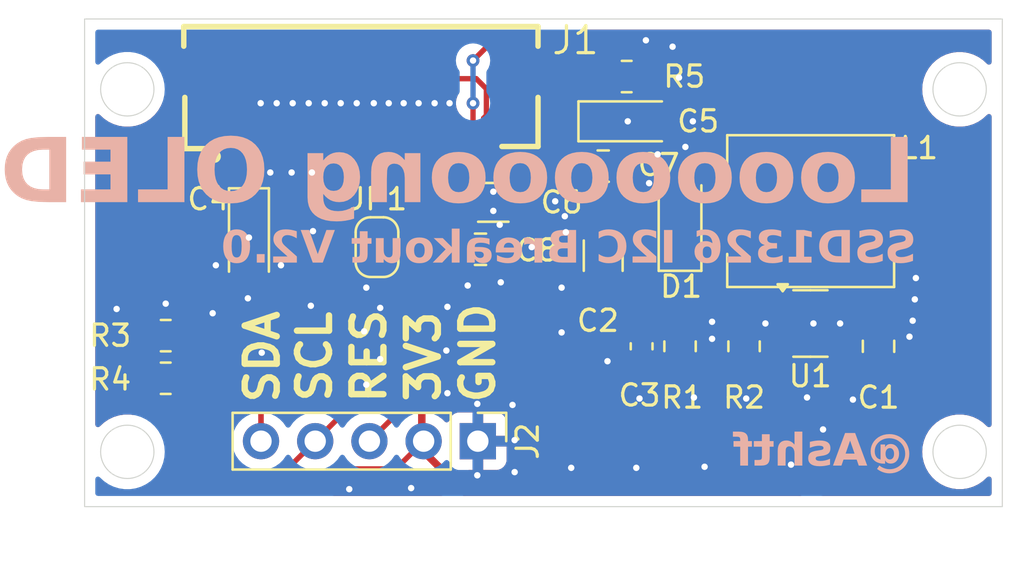
<source format=kicad_pcb>
(kicad_pcb (version 20240108) (generator "pcbnew") (generator_version "8.0")
  (layers (0 "F.Cu" signal) (31 "B.Cu" signal) (34 "B.Paste" user) (35 "F.Paste" user) (36 "B.SilkS" user "B.Silkscreen") (37 "F.SilkS" user "F.Silkscreen") (38 "B.Mask" user) (39 "F.Mask" user) (44 "Edge.Cuts" user))
  (net 0 "")
  (net 1 "+3.3V")
  (net 2 "GND")
  (net 3 "+12V")
  (net 4 "Net-(U1-FB)")
  (net 5 "Net-(J1-Pin_3)")
  (net 6 "Net-(D1-A)")
  (net 7 "RES")
  (net 8 "SDA")
  (net 9 "SCL")
  (net 10 "Net-(J1-Pin_24)")
  (net 13 "Net-(J1-Pin_15)")
  (footprint "Resistor_SMD:R_0805_2012Metric" (layer "F.Cu") (at 105.8 104.55)
    (property "Reference" "R3" (at -2.6 0 0) (layer "F.SilkS"))
    (property "Value" "10k")
    (fp_line (start -0.227064 -0.735) (end 0.227064 -0.735) (stroke (width 0.12)) (layer "F.SilkS"))
    (fp_line (start -0.227064 0.735) (end 0.227064 0.735) (stroke (width 0.12)) (layer "F.SilkS"))
    (pad "1" smd roundrect (at -0.9125 0) (size 1.025 1.4) (layers "F.Cu" "F.Paste" "F.Mask") (roundrect_rratio 0.243902) (net 1 "+3.3V"))
    (pad "2" smd roundrect (at 0.9125 0) (size 1.025 1.4) (layers "F.Cu" "F.Paste" "F.Mask") (roundrect_rratio 0.243902) (net 8 "SDA"))
  )
  (footprint "Resistor_SMD:R_0805_2012Metric" (layer "F.Cu") (at 127.4 92.4)
    (property "Reference" "R5" (at 2.7 0 360) (layer "F.SilkS"))
    (property "Value" "680k")
    (fp_line (start -0.227064 -0.735) (end 0.227064 -0.735) (stroke (width 0.12)) (layer "F.SilkS"))
    (fp_line (start -0.227064 0.735) (end 0.227064 0.735) (stroke (width 0.12)) (layer "F.SilkS"))
    (pad "1" smd roundrect (at -0.9125 0) (size 1.025 1.4) (layers "F.Cu" "F.Paste" "F.Mask") (roundrect_rratio 0.243902) (net 10 "Net-(J1-Pin_24)"))
    (pad "2" smd roundrect (at 0.9125 0) (size 1.025 1.4) (layers "F.Cu" "F.Paste" "F.Mask") (roundrect_rratio 0.243902) (net 2 "GND"))
  )
  (footprint "JLC:FPC-SMD_AFC24-S26FIA [DUAL-SIDE]" (layer "F.Cu") (at 114.946 92.7773)
    (property "Reference" "J1" (at 10.054 -2.0773 180) (layer "F.SilkS") (effects (font (size 1.27 1.27))))
    (property "Value" "Conn_01x26_Pin")
    (fp_line (start -8.3 -1.8) (end -8.3 -2.724) (stroke (width 0.254)) (layer "F.SilkS"))
    (fp_line (start -8.25 0.6) (end -8.25 3.0021) (stroke (width 0.254)) (layer "F.SilkS"))
    (fp_line (start -8.25 3.0021) (end -6.75 3.0021) (stroke (width 0.254)) (layer "F.SilkS"))
    (fp_line (start 8.3001 -2.724) (end -8.3 -2.724) (stroke (width 0.254)) (layer "F.SilkS"))
    (fp_line (start 8.3001 -1.8) (end 8.3001 -2.724) (stroke (width 0.254)) (layer "F.SilkS"))
    (fp_line (start 8.3001 0.6) (end 8.3001 2.9021) (stroke (width 0.254)) (layer "F.SilkS"))
    (fp_line (start 8.3001 2.9021) (end 6.6062 2.9021) (stroke (width 0.254)) (layer "F.SilkS"))
    (fp_circle (center -6.8599 3.37) (end -6.7098 3.37) (stroke (width 0.3)) (fill none) (layer "F.SilkS"))
    (pad "" smd rect (at -7.85 -0.5759) (size 2.2 2) (layers "F.Cu" "F.Paste" "F.Mask"))
    (pad "" smd rect (at 7.85 -0.5759) (size 2.2 2) (layers "F.Cu" "F.Paste" "F.Mask"))
    (pad "1" smd rect (at -6.2501 2.5742) (size 0.3 1.2) (layers "F.Cu" "F.Paste" "F.Mask"))
    (pad "2" smd rect (at -5.7479 2.5742) (size 0.3 1.2) (layers "F.Cu" "F.Paste" "F.Mask") (net 3 "+12V"))
    (pad "3" smd rect (at -5.248 2.5742) (size 0.3 1.2) (layers "F.Cu" "F.Paste" "F.Mask") (net 5 "Net-(J1-Pin_3)"))
    (pad "4" smd rect (at -4.7479 2.5742) (size 0.3 1.2) (layers "F.Cu" "F.Paste" "F.Mask") (net 2 "GND"))
    (pad "5" smd rect (at -4.248 2.5742) (size 0.3 1.2) (layers "F.Cu" "F.Paste" "F.Mask") (net 2 "GND"))
    (pad "6" smd rect (at -3.7479 2.5742) (size 0.3 1.2) (layers "F.Cu" "F.Paste" "F.Mask") (net 2 "GND"))
    (pad "7" smd rect (at -3.248 2.5742) (size 0.3 1.2) (layers "F.Cu" "F.Paste" "F.Mask") (net 2 "GND"))
    (pad "8" smd rect (at -2.7479 2.5742) (size 0.3 1.2) (layers "F.Cu" "F.Paste" "F.Mask") (net 2 "GND"))
    (pad "9" smd rect (at -2.248 2.5742) (size 0.3 1.2) (layers "F.Cu" "F.Paste" "F.Mask") (net 2 "GND"))
    (pad "10" smd rect (at -1.7479 2.5742) (size 0.3 1.2) (layers "F.Cu" "F.Paste" "F.Mask") (net 8 "SDA"))
    (pad "11" smd rect (at -1.248 2.5742) (size 0.3 1.2) (layers "F.Cu" "F.Paste" "F.Mask") (net 8 "SDA"))
    (pad "12" smd rect (at -0.7479 2.5742) (size 0.3 1.2) (layers "F.Cu" "F.Paste" "F.Mask") (net 9 "SCL"))
    (pad "13" smd rect (at -0.248 2.5742) (size 0.3 1.2) (layers "F.Cu" "F.Paste" "F.Mask") (net 2 "GND"))
    (pad "14" smd rect (at 0.2521 2.5742) (size 0.3 1.2) (layers "F.Cu" "F.Paste" "F.Mask") (net 2 "GND"))
    (pad "15" smd rect (at 0.752 2.5742) (size 0.3 1.2) (layers "F.Cu" "F.Paste" "F.Mask") (net 13 "Net-(J1-Pin_15)"))
    (pad "16" smd rect (at 1.2521 2.5742) (size 0.3 1.2) (layers "F.Cu" "F.Paste" "F.Mask") (net 7 "RES"))
    (pad "17" smd rect (at 1.752 2.5742) (size 0.3 1.2) (layers "F.Cu" "F.Paste" "F.Mask") (net 2 "GND"))
    (pad "18" smd rect (at 2.2521 2.5742) (size 0.3 1.2) (layers "F.Cu" "F.Paste" "F.Mask") (net 2 "GND"))
    (pad "19" smd rect (at 2.754 2.5727) (size 0.3 1.2) (layers "F.Cu" "F.Paste" "F.Mask") (net 1 "+3.3V"))
    (pad "20" smd rect (at 3.2521 2.5742) (size 0.3 1.2) (layers "F.Cu" "F.Paste" "F.Mask") (net 2 "GND"))
    (pad "21" smd rect (at 3.7499 2.5758) (size 0.3 1.2) (layers "F.Cu" "F.Paste" "F.Mask") (net 1 "+3.3V"))
    (pad "22" smd rect (at 4.2501 2.5758) (size 0.3 1.2) (layers "F.Cu" "F.Paste" "F.Mask") (net 1 "+3.3V"))
    (pad "23" smd rect (at 4.7499 2.5758) (size 0.3 1.2) (layers "F.Cu" "F.Paste" "F.Mask") (net 2 "GND"))
    (pad "24" smd rect (at 5.2501 2.5758) (size 0.3 1.2) (layers "F.Cu" "F.Paste" "F.Mask") (net 10 "Net-(J1-Pin_24)"))
    (pad "25" smd rect (at 5.7499 2.5758) (size 0.3 1.2) (layers "F.Cu" "F.Paste" "F.Mask") (net 3 "+12V"))
    (pad "26" smd rect (at 6.2501 2.5758) (size 0.3 1.2) (layers "F.Cu" "F.Paste" "F.Mask"))
  )
  (footprint "Capacitor_SMD:C_0603_1608Metric" (layer "F.Cu") (at 128.1 105.05 90)
    (property "Reference" "C3" (at -2.3 -0.1 180) (layer "F.SilkS"))
    (property "Value" "4.7pF")
    (fp_line (start -0.14058 -0.51) (end 0.14058 -0.51) (stroke (width 0.12)) (layer "F.SilkS"))
    (fp_line (start -0.14058 0.51) (end 0.14058 0.51) (stroke (width 0.12)) (layer "F.SilkS"))
    (pad "1" smd roundrect (at -0.775 0 90) (size 0.9 0.95) (layers "F.Cu" "F.Paste" "F.Mask") (net 4 "Net-(U1-FB)"))
    (pad "2" smd roundrect (at 0.775 0 90) (size 0.9 0.95) (layers "F.Cu" "F.Paste" "F.Mask") (net 3 "+12V"))
  )
  (footprint "Inductor_SMD:L_Chilisin_BMRx00060630" (layer "F.Cu") (at 136.02 98.71 180)
    (property "Reference" "L1" (at -5.08 2.96 360) (layer "F.SilkS"))
    (property "Value" "10uH")
    (fp_line (start 3.91 3.56) (end 3.91 2.01) (stroke (width 0.12)) (layer "F.SilkS"))
    (fp_line (start 3.91 -3.56) (end 3.91 -2.01) (stroke (width 0.12)) (layer "F.SilkS"))
    (fp_line (start -3.91 3.56) (end 3.91 3.56) (stroke (width 0.12)) (layer "F.SilkS"))
    (fp_line (start -3.91 3.56) (end -3.91 2.01) (stroke (width 0.12)) (layer "F.SilkS"))
    (fp_line (start -3.91 -3.56) (end 3.91 -3.56) (stroke (width 0.12)) (layer "F.SilkS"))
    (fp_line (start -3.91 -3.56) (end -3.91 -2.01) (stroke (width 0.12)) (layer "F.SilkS"))
    (pad "1" smd rect (at -3.025 0 180) (size 2.35 3.5) (layers "F.Cu" "F.Paste" "F.Mask") (net 1 "+3.3V"))
    (pad "2" smd rect (at 3.025 0 180) (size 2.35 3.5) (layers "F.Cu" "F.Paste" "F.Mask") (net 6 "Net-(D1-A)"))
  )
  (footprint "Jumper:SolderJumper-2_P1.3mm_Bridged_RoundedPad1.0x1.5mm" (layer "F.Cu") (at 115.7 100.4 90)
    (property "Reference" "JP1" (at 2.25 0.05 180) (layer "F.SilkS"))
    (property "Value" "SolderJumper_2_Bridged")
    (fp_poly (pts (xy 0.25 -0.3) (xy -0.25 -0.3) (xy -0.25 0.3) (xy 0.25 0.3)) (fill solid) (layer "F.Cu"))
    (fp_line (start -0.7 -1) (end 0.7 -1) (stroke (width 0.12)) (layer "F.SilkS"))
    (fp_line (start 1.4 -0.3) (end 1.4 0.3) (stroke (width 0.12)) (layer "F.SilkS"))
    (fp_line (start -1.4 0.3) (end -1.4 -0.3) (stroke (width 0.12)) (layer "F.SilkS"))
    (fp_line (start 0.7 1) (end -0.7 1) (stroke (width 0.12)) (layer "F.SilkS"))
    (fp_arc (start 0.7 -1) (mid 1.194975 -0.794975) (end 1.4 -0.3) (stroke (width 0.12)) (layer "F.SilkS"))
    (fp_arc (start -1.4 -0.3) (mid -1.194975 -0.794975) (end -0.7 -1) (stroke (width 0.12)) (layer "F.SilkS"))
    (fp_arc (start 1.4 0.3) (mid 1.194975 0.794975) (end 0.7 1) (stroke (width 0.12)) (layer "F.SilkS"))
    (fp_arc (start -0.7 1) (mid -1.194975 0.794975) (end -1.4 0.3) (stroke (width 0.12)) (layer "F.SilkS"))
    (pad "1" smd custom (at -0.65 0 90) (size 1 0.5) (layers "F.Cu" "F.Mask") (net 2 "GND") (options (clearance outline) (anchor rect)) (primitives (gr_circle (center 0 0.25) (end 0.5 0.25) (width 0) (fill yes)) (gr_circle (center 0 -0.25) (end 0.5 -0.25) (width 0) (fill yes)) (gr_poly (pts (xy 0.5 0.75) (xy 0 0.75) (xy 0 -0.75) (xy 0.5 -0.75)) (width 0) (fill yes))))
    (pad "2" smd custom (at 0.65 0 90) (size 1 0.5) (layers "F.Cu" "F.Mask") (net 13 "Net-(J1-Pin_15)") (options (clearance outline) (anchor rect)) (primitives (gr_circle (center 0 0.25) (end 0.5 0.25) (width 0) (fill yes)) (gr_circle (center 0 -0.25) (end 0.5 -0.25) (width 0) (fill yes)) (gr_poly (pts (xy 0 0.75) (xy -0.5 0.75) (xy -0.5 -0.75) (xy 0 -0.75)) (width 0) (fill yes))))
  )
  (footprint "Capacitor_SMD:C_0805_2012Metric" (layer "F.Cu") (at 126.3 96.6)
    (property "Reference" "C7" (at 2.6 -0.05 360) (layer "F.SilkS"))
    (property "Value" ".1uF")
    (fp_line (start -0.261252 -0.735) (end 0.261252 -0.735) (stroke (width 0.12)) (layer "F.SilkS"))
    (fp_line (start -0.261252 0.735) (end 0.261252 0.735) (stroke (width 0.12)) (layer "F.SilkS"))
    (pad "1" smd roundrect (at -0.95 0) (size 1 1.45) (layers "F.Cu" "F.Paste" "F.Mask") (net 3 "+12V"))
    (pad "2" smd roundrect (at 0.95 0) (size 1 1.45) (layers "F.Cu" "F.Paste" "F.Mask") (net 2 "GND"))
  )
  (footprint "Resistor_SMD:R_0805_2012Metric" (layer "F.Cu") (at 129.9 105.05 -90)
    (property "Reference" "R1" (at 2.4 -0.1 0) (layer "F.SilkS"))
    (property "Value" "1.8M")
    (fp_line (start -0.227064 0.735) (end 0.227064 0.735) (stroke (width 0.12)) (layer "F.SilkS"))
    (fp_line (start -0.227064 -0.735) (end 0.227064 -0.735) (stroke (width 0.12)) (layer "F.SilkS"))
    (pad "1" smd roundrect (at -0.9125 0 270) (size 1.025 1.4) (layers "F.Cu" "F.Paste" "F.Mask") (roundrect_rratio 0.243902) (net 3 "+12V"))
    (pad "2" smd roundrect (at 0.9125 0 270) (size 1.025 1.4) (layers "F.Cu" "F.Paste" "F.Mask") (roundrect_rratio 0.243902) (net 4 "Net-(U1-FB)"))
  )
  (footprint "Diode_SMD:D_SOD-123" (layer "F.Cu") (at 129.9 99.15 90)
    (property "Reference" "D1" (at -3.1 0.05 180) (layer "F.SilkS"))
    (property "Value" "MBR0530")
    (fp_line (start -2.36 -1) (end 1.65 -1) (stroke (width 0.12)) (layer "F.SilkS"))
    (fp_line (start -2.36 -1) (end -2.36 1) (stroke (width 0.12)) (layer "F.SilkS"))
    (fp_line (start -2.36 1) (end 1.65 1) (stroke (width 0.12)) (layer "F.SilkS"))
    (pad "1" smd roundrect (at -1.65 0 90) (size 0.9 1.2) (layers "F.Cu" "F.Paste" "F.Mask") (net 3 "+12V"))
    (pad "2" smd roundrect (at 1.65 0 90) (size 0.9 1.2) (layers "F.Cu" "F.Paste" "F.Mask") (net 6 "Net-(D1-A)"))
  )
  (footprint "Capacitor_SMD:C_0805_2012Metric" (layer "F.Cu") (at 139.2 105.05 -90)
    (property "Reference" "C1" (at 2.4 0 180) (layer "F.SilkS"))
    (property "Value" "10uF")
    (fp_line (start -0.261252 0.735) (end 0.261252 0.735) (stroke (width 0.12)) (layer "F.SilkS"))
    (fp_line (start -0.261252 -0.735) (end 0.261252 -0.735) (stroke (width 0.12)) (layer "F.SilkS"))
    (pad "1" smd roundrect (at -0.95 0 270) (size 1 1.45) (layers "F.Cu" "F.Paste" "F.Mask") (net 2 "GND"))
    (pad "2" smd roundrect (at 0.95 0 270) (size 1 1.45) (layers "F.Cu" "F.Paste" "F.Mask") (net 1 "+3.3V"))
  )
  (footprint "Capacitor_SMD:C_1206_3216Metric" (layer "F.Cu") (at 121.15 98.3)
    (property "Reference" "C6" (at 3.2 0 180) (layer "F.SilkS"))
    (property "Value" "4.7uF")
    (fp_line (start -0.711252 -0.91) (end 0.711252 -0.91) (stroke (width 0.12)) (layer "F.SilkS"))
    (fp_line (start -0.711252 0.91) (end 0.711252 0.91) (stroke (width 0.12)) (layer "F.SilkS"))
    (pad "1" smd roundrect (at -1.475 0) (size 1.15 1.8) (layers "F.Cu" "F.Paste" "F.Mask") (roundrect_rratio 0.217391) (net 1 "+3.3V"))
    (pad "2" smd roundrect (at 1.475 0) (size 1.15 1.8) (layers "F.Cu" "F.Paste" "F.Mask") (roundrect_rratio 0.217391) (net 2 "GND"))
  )
  (footprint "Resistor_SMD:R_0805_2012Metric" (layer "F.Cu") (at 132.9 105.05 90)
    (property "Reference" "R2" (at -2.4 0 0) (layer "F.SilkS"))
    (property "Value" "205k")
    (fp_line (start -0.227064 -0.735) (end 0.227064 -0.735) (stroke (width 0.12)) (layer "F.SilkS"))
    (fp_line (start -0.227064 0.735) (end 0.227064 0.735) (stroke (width 0.12)) (layer "F.SilkS"))
    (pad "1" smd roundrect (at -0.9125 0 90) (size 1.025 1.4) (layers "F.Cu" "F.Paste" "F.Mask") (roundrect_rratio 0.243902) (net 4 "Net-(U1-FB)"))
    (pad "2" smd roundrect (at 0.9125 0 90) (size 1.025 1.4) (layers "F.Cu" "F.Paste" "F.Mask") (roundrect_rratio 0.243902) (net 2 "GND"))
  )
  (footprint "Resistor_SMD:R_0805_2012Metric" (layer "F.Cu") (at 105.8 106.55)
    (property "Reference" "R4" (at -2.6 0.05 0) (layer "F.SilkS"))
    (property "Value" "10k")
    (fp_line (start -0.227064 -0.735) (end 0.227064 -0.735) (stroke (width 0.12)) (layer "F.SilkS"))
    (fp_line (start -0.227064 0.735) (end 0.227064 0.735) (stroke (width 0.12)) (layer "F.SilkS"))
    (pad "1" smd roundrect (at -0.9125 0) (size 1.025 1.4) (layers "F.Cu" "F.Paste" "F.Mask") (roundrect_rratio 0.243902) (net 1 "+3.3V"))
    (pad "2" smd roundrect (at 0.9125 0) (size 1.025 1.4) (layers "F.Cu" "F.Paste" "F.Mask") (roundrect_rratio 0.243902) (net 9 "SCL"))
  )
  (footprint "Capacitor_Tantalum_SMD:CP_EIA-3216-18_Kemet-A" (layer "F.Cu") (at 127.45 94.5)
    (property "Reference" "C5" (at 3.3 0 360) (layer "F.SilkS"))
    (property "Value" "4.7uF")
    (fp_line (start -2.31 -0.935) (end -2.31 0.935) (stroke (width 0.12)) (layer "F.SilkS"))
    (fp_line (start -2.31 0.935) (end 1.6 0.935) (stroke (width 0.12)) (layer "F.SilkS"))
    (fp_line (start 1.6 -0.935) (end -2.31 -0.935) (stroke (width 0.12)) (layer "F.SilkS"))
    (pad "1" smd roundrect (at -1.35 0) (size 1.4 1.35) (layers "F.Cu" "F.Paste" "F.Mask") (roundrect_rratio 0.185185) (net 3 "+12V"))
    (pad "2" smd roundrect (at 1.35 0) (size 1.4 1.35) (layers "F.Cu" "F.Paste" "F.Mask") (roundrect_rratio 0.185185) (net 2 "GND"))
  )
  (footprint "Capacitor_SMD:C_0805_2012Metric" (layer "F.Cu") (at 120.55 100.5)
    (property "Reference" "C8" (at 2.65 0.05 180) (layer "F.SilkS"))
    (property "Value" ".1uF")
    (fp_line (start -0.261252 -0.735) (end 0.261252 -0.735) (stroke (width 0.12)) (layer "F.SilkS"))
    (fp_line (start -0.261252 0.735) (end 0.261252 0.735) (stroke (width 0.12)) (layer "F.SilkS"))
    (pad "1" smd roundrect (at -0.95 0) (size 1 1.45) (layers "F.Cu" "F.Paste" "F.Mask") (net 1 "+3.3V"))
    (pad "2" smd roundrect (at 0.95 0) (size 1 1.45) (layers "F.Cu" "F.Paste" "F.Mask") (net 2 "GND"))
  )
  (footprint "Capacitor_SMD:C_1206_3216Metric" (layer "F.Cu") (at 126.3 100.8 90)
    (property "Reference" "C2" (at -3.05 -0.25 180) (layer "F.SilkS"))
    (property "Value" "4.7uF")
    (fp_line (start -0.711252 -0.91) (end 0.711252 -0.91) (stroke (width 0.12)) (layer "F.SilkS"))
    (fp_line (start -0.711252 0.91) (end 0.711252 0.91) (stroke (width 0.12)) (layer "F.SilkS"))
    (pad "1" smd roundrect (at -1.475 0 90) (size 1.15 1.8) (layers "F.Cu" "F.Paste" "F.Mask") (roundrect_rratio 0.217391) (net 3 "+12V"))
    (pad "2" smd roundrect (at 1.475 0 90) (size 1.15 1.8) (layers "F.Cu" "F.Paste" "F.Mask") (roundrect_rratio 0.217391) (net 2 "GND"))
  )
  (footprint "Capacitor_Tantalum_SMD:CP_EIA-3216-18_Kemet-A" (layer "F.Cu") (at 109.7 99.95 -90)
    (property "Reference" "C4" (at -1.8 1.9 180) (layer "F.SilkS"))
    (property "Value" "4.7uF")
    (fp_line (start -2.31 0.935) (end 1.6 0.935) (stroke (width 0.12)) (layer "F.SilkS"))
    (fp_line (start -2.31 -0.935) (end -2.31 0.935) (stroke (width 0.12)) (layer "F.SilkS"))
    (fp_line (start 1.6 -0.935) (end -2.31 -0.935) (stroke (width 0.12)) (layer "F.SilkS"))
    (pad "1" smd roundrect (at -1.35 0 270) (size 1.4 1.35) (layers "F.Cu" "F.Paste" "F.Mask") (roundrect_rratio 0.185185) (net 5 "Net-(J1-Pin_3)"))
    (pad "2" smd roundrect (at 1.35 0 270) (size 1.4 1.35) (layers "F.Cu" "F.Paste" "F.Mask") (roundrect_rratio 0.185185) (net 2 "GND"))
  )
  (footprint "Package_TO_SOT_SMD:SOT-23-5" (layer "F.Cu") (at 136.01 103.98)
    (property "Reference" "U1" (at -0.01 2.47 360) (layer "F.SilkS"))
    (property "Value" "TPS61040DBV")
    (fp_line (start 0 -1.56) (end -0.8 -1.56) (stroke (width 0.12)) (layer "F.SilkS"))
    (fp_line (start 0 -1.56) (end 0.8 -1.56) (stroke (width 0.12)) (layer "F.SilkS"))
    (fp_line (start 0 1.56) (end -0.8 1.56) (stroke (width 0.12)) (layer "F.SilkS"))
    (fp_line (start 0 1.56) (end 0.8 1.56) (stroke (width 0.12)) (layer "F.SilkS"))
    (fp_poly (pts (xy -1.3 -1.51) (xy -1.54 -1.84) (xy -1.06 -1.84) (xy -1.3 -1.51)) (stroke (width 0.12)) (fill solid) (layer "F.SilkS"))
    (pad "1" smd roundrect (at -1.1375 -0.95) (size 1.325 0.6) (layers "F.Cu" "F.Paste" "F.Mask") (net 6 "Net-(D1-A)"))
    (pad "2" smd roundrect (at -1.1375 0) (size 1.325 0.6) (layers "F.Cu" "F.Paste" "F.Mask") (net 2 "GND"))
    (pad "3" smd roundrect (at -1.1375 0.95) (size 1.325 0.6) (layers "F.Cu" "F.Paste" "F.Mask") (net 4 "Net-(U1-FB)"))
    (pad "4" smd roundrect (at 1.1375 0.95) (size 1.325 0.6) (layers "F.Cu" "F.Paste" "F.Mask") (net 1 "+3.3V"))
    (pad "5" smd roundrect (at 1.1375 -0.95) (size 1.325 0.6) (layers "F.Cu" "F.Paste" "F.Mask") (net 1 "+3.3V"))
  )
  (footprint "Connector_PinHeader_2.54mm:PinHeader_1x05_P2.54mm_Vertical" (layer "F.Cu") (at 120.425 109.5 -90)
    (property "Reference" "J2" (at 0 -2.33 90) (layer "F.SilkS"))
    (property "Value" "Conn_01x05_Pin")
    (fp_line (start -1.33 11.49) (end 1.33 11.49) (stroke (width 0.12)) (layer "F.SilkS"))
    (fp_line (start -1.33 1.27) (end -1.33 11.49) (stroke (width 0.12)) (layer "F.SilkS"))
    (fp_line (start -1.33 1.27) (end 1.33 1.27) (stroke (width 0.12)) (layer "F.SilkS"))
    (fp_line (start 1.33 1.27) (end 1.33 11.49) (stroke (width 0.12)) (layer "F.SilkS"))
    (fp_line (start -1.33 0) (end -1.33 -1.33) (stroke (width 0.12)) (layer "F.SilkS"))
    (fp_line (start -1.33 -1.33) (end 0 -1.33) (stroke (width 0.12)) (layer "F.SilkS"))
    (pad "1" thru_hole rect (at 0 0 270) (size 1.7 1.7) (drill 1) (layers "*.Cu" "*.Mask") (net 2 "GND"))
    (pad "2" thru_hole oval (at 0 2.54 270) (size 1.7 1.7) (drill 1) (layers "*.Cu" "*.Mask") (net 1 "+3.3V"))
    (pad "3" thru_hole oval (at 0 5.08 270) (size 1.7 1.7) (drill 1) (layers "*.Cu" "*.Mask") (net 7 "RES"))
    (pad "4" thru_hole oval (at 0 7.62 270) (size 1.7 1.7) (drill 1) (layers "*.Cu" "*.Mask") (net 9 "SCL"))
    (pad "5" thru_hole oval (at 0 10.16 270) (size 1.7 1.7) (drill 1) (layers "*.Cu" "*.Mask") (net 8 "SDA"))
  )
  (gr_poly (pts (xy 132.3 105.55) (xy 133.5 105.55) (xy 134.3 104.65) (xy 135.5 104.65) (xy 135.5 106.45) (xy 132.3 106.45)) (stroke (width 0.2)) (fill solid) (layer "F.Cu") (net 4))
  (gr_rect (start 129.4 105.55) (end 133.4 106.45) (stroke (width 0.2)) (fill solid) (layer "F.Cu") (net 4))
  (gr_rect (start 127.7 103.65) (end 130.5 104.65) (stroke (width 0.2)) (fill solid) (layer "F.Cu") (net 3))
  (gr_rect (start 129.4 100.45) (end 130.4 104.55) (stroke (width 0.2)) (fill solid) (layer "F.Cu") (net 3))
  (gr_rect (start 127.7 100.45) (end 130.5 104.65) (stroke (width 0.2)) (fill solid) (layer "F.Cu") (net 3))
  (gr_rect (start 131.9 97.05) (end 135.4 103.25) (stroke (width 0.2)) (fill solid) (layer "F.Cu") (net 6))
  (gr_rect (start 136.6 97.05) (end 140.1 103.25) (stroke (width 0.2)) (fill solid) (layer "F.Cu") (net 1))
  (gr_rect (start 129.4 97.05) (end 131.9 98.55) (stroke (width 0.2)) (fill solid) (layer "F.Cu") (net 6))
  (gr_rect (start 127.7 105.55) (end 130.6 106.45) (stroke (width 0.2)) (fill solid) (layer "F.Cu") (net 4))
  (gr_rect (start 125.5 100.45) (end 127.7 104.65) (stroke (width 0.2)) (fill solid) (layer "F.Cu") (net 3))
  (gr_poly (pts (xy 139.9 105.55) (xy 138.7 105.55) (xy 137.7 104.65) (xy 136.5 104.65) (xy 136.5 106.45) (xy 139.9 106.45)) (stroke (width 0.2)) (fill solid) (layer "F.Cu") (net 1))
  (gr_circle (center 143 93) (end 144.25 93) (stroke (width 0.05)) (fill none) (layer "Edge.Cuts"))
  (gr_circle (center 104 93) (end 105.25 93) (stroke (width 0.05)) (fill none) (layer "Edge.Cuts"))
  (gr_circle (center 104 110) (end 105.25 110) (stroke (width 0.05)) (fill none) (layer "Edge.Cuts"))
  (gr_circle (center 143 110) (end 144.25 110) (stroke (width 0.05)) (fill none) (layer "Edge.Cuts"))
  (gr_rect (start 102 89.7) (end 145 112.57) (stroke (width 0.05)) (fill none) (layer "Edge.Cuts"))
  (gr_text "@Ashtf" (at 140.78 110.9 0) (layer "B.SilkS") (effects (font (size 1.5 1.5) (thickness 0.3) (bold yes)) (justify left bottom mirror)))
  (gr_text "SSD1326 I2C Breakout V2.0" (at 140.98 101.38 0) (layer "B.SilkS") (effects (font (size 1.5 1.5) (thickness 0.3) (bold yes)) (justify left bottom mirror)))
  (gr_text "Looooooong OLED" (at 140.95 98.8 0) (layer "B.SilkS") (effects (font (size 3 3) (thickness 0.3) (bold yes)) (justify left bottom mirror)))
  (gr_text "RES" (at 116.2 107.85 90) (layer "F.SilkS") (effects (font (size 1.5 1.5) (thickness 0.3) (bold yes)) (justify left bottom)))
  (gr_text "GND" (at 121.3 107.85 90) (layer "F.SilkS") (effects (font (size 1.5 1.5) (thickness 0.3) (bold yes)) (justify left bottom)))
  (gr_text "3V3" (at 118.75 107.8 90) (layer "F.SilkS") (effects (font (size 1.5 1.5) (thickness 0.3) (bold yes)) (justify left bottom)))
  (gr_text "SDA" (at 111.2 107.85 90) (layer "F.SilkS") (effects (font (size 1.5 1.5) (thickness 0.3) (bold yes)) (justify left bottom)))
  (gr_text "SCL" (at 113.65 107.8 90) (layer "F.SilkS") (effects (font (size 1.5 1.5) (thickness 0.3) (bold yes)) (justify left bottom)))
  (segment (start 119.6 100.5) (end 117.8 102.3) (width 0.35) (layer "F.Cu") (net 1))
  (segment (start 139.2 106) (end 140.9 106) (width 0.5) (layer "F.Cu") (net 1))
  (segment (start 119.675 97.2784) (end 119.675 98.3) (width 0.25) (layer "F.Cu") (net 1))
  (segment (start 140.9 100.15) (end 138.35 100.15) (width 0.5) (layer "F.Cu") (net 1))
  (segment (start 104.8875 104.55) (end 104.8875 106.55) (width 0.25) (layer "F.Cu") (net 1))
  (segment (start 117.7 95.35) (end 117.7 96.2534) (width 0.25) (layer "F.Cu") (net 1))
  (segment (start 113.766116 110.8) (end 116.585 110.8) (width 0.25) (layer "F.Cu") (net 1))
  (segment (start 117.9966 96.55) (end 118.3996 96.55) (width 0.25) (layer "F.Cu") (net 1))
  (segment (start 139.2 108.2) (end 139.2 106) (width 0.35) (layer "F.Cu") (net 1))
  (segment (start 141.85 105.05) (end 141.85 101.1) (width 0.5) (layer "F.Cu") (net 1))
  (segment (start 117.885 109.985) (end 119.795 111.895) (width 0.35) (layer "F.Cu") (net 1))
  (segment (start 118.6731 96.2765) (end 118.6959 96.2537) (width 0.25) (layer "F.Cu") (net 1))
  (segment (start 104.8875 107.7375) (end 109.05 111.9) (width 0.25) (layer "F.Cu") (net 1))
  (segment (start 119.795 111.895) (end 135.505 111.895) (width 0.35) (layer "F.Cu") (net 1))
  (segment (start 118.3996 96.55) (end 118.6731 96.2765) (width 0.25) (layer "F.Cu") (net 1))
  (segment (start 135.505 111.895) (end 139.2 108.2) (width 0.35) (layer "F.Cu") (net 1))
  (segment (start 104.8875 106.55) (end 104.8875 107.7375) (width 0.25) (layer "F.Cu") (net 1))
  (segment (start 119.675 98.3) (end 119.675 100.425) (width 0.35) (layer "F.Cu") (net 1))
  (segment (start 117.8 102.3) (end 117.8 109.415) (width 0.35) (layer "F.Cu") (net 1))
  (segment (start 118.6959 95.3531) (end 119.1961 95.3531) (width 0.25) (layer "F.Cu") (net 1))
  (segment (start 118.6959 96.2537) (end 118.6959 95.3531) (width 0.25) (layer "F.Cu") (net 1))
  (segment (start 140.9 106) (end 141.85 105.05) (width 0.5) (layer "F.Cu") (net 1))
  (segment (start 118.6731 96.2765) (end 119.675 97.2784) (width 0.25) (layer "F.Cu") (net 1))
  (segment (start 117.8 109.415) (end 117.885 109.5) (width 0.35) (layer "F.Cu") (net 1))
  (segment (start 116.585 110.8) (end 117.885 109.5) (width 0.25) (layer "F.Cu") (net 1))
  (segment (start 109.05 111.9) (end 112.666116 111.9) (width 0.25) (layer "F.Cu") (net 1))
  (segment (start 117.7 96.2534) (end 117.9966 96.55) (width 0.25) (layer "F.Cu") (net 1))
  (segment (start 112.666116 111.9) (end 113.766116 110.8) (width 0.25) (layer "F.Cu") (net 1))
  (segment (start 117.885 109.5) (end 117.885 109.985) (width 0.35) (layer "F.Cu") (net 1))
  (segment (start 141.85 101.1) (end 140.9 100.15) (width 0.5) (layer "F.Cu") (net 1))
  (segment (start 131.4 103.9) (end 132.6625 103.9) (width 0.5) (layer "F.Cu") (net 2))
  (segment (start 111.698 95.3515) (end 111.698 94.052) (width 0.25) (layer "F.Cu") (net 2))
  (segment (start 119.6959 94.4529) (end 119.193 93.95) (width 0.25) (layer "F.Cu") (net 2))
  (segment (start 117.1981 95.3515) (end 117.1981 94.0519) (width 0.25) (layer "F.Cu") (net 2))
  (segment (start 111.698 94.052) (end 111.75 94) (width 0.25) (layer "F.Cu") (net 2))
  (segment (start 118.1981 94.0481) (end 118.15 94) (width 0.25) (layer "F.Cu") (net 2))
  (segment (start 119.193 93.95) (end 119.15 93.95) (width 0.25) (layer "F.Cu") (net 2))
  (segment (start 112.1981 94.0019) (end 112.3 93.9) (width 0.25) (layer "F.Cu") (net 2))
  (segment (start 110.698 94.002) (end 110.8 93.9) (width 0.25) (layer "F.Cu") (net 2))
  (segment (start 119.6959 95.3531) (end 119.6959 94.4529) (width 0.25) (layer "F.Cu") (net 2))
  (segment (start 116.698 95.3515) (end 116.698 94.002) (width 0.25) (layer "F.Cu") (net 2))
  (segment (start 112.1981 95.3515) (end 112.1981 94.0019) (width 0.25) (layer "F.Cu") (net 2))
  (segment (start 132.6625 103.9) (end 132.9 104.1375) (width 0.5) (layer "F.Cu") (net 2))
  (segment (start 118.1981 95.3515) (end 118.1981 94.0481) (width 0.25) (layer "F.Cu") (net 2))
  (segment (start 111.1981 95.3515) (end 111.1981 93.9519) (width 0.25) (layer "F.Cu") (net 2))
  (segment (start 139.08 103.98) (end 139.2 104.1) (width 0.5) (layer "F.Cu") (net 2))
  (segment (start 112.698 95.3515) (end 112.698 94.102) (width 0.25) (layer "F.Cu") (net 2))
  (segment (start 134.8725 103.98) (end 136.15 103.98) (width 0.5) (layer "F.Cu") (net 2))
  (segment (start 114.698 95.3515) (end 114.698 93.902) (width 0.25) (layer "F.Cu") (net 2))
  (segment (start 112.698 94.102) (end 112.8 94) (width 0.25) (layer "F.Cu") (net 2))
  (segment (start 133.0575 103.98) (end 133.9 103.98) (width 0.5) (layer "F.Cu") (net 2))
  (segment (start 132.9 104.1375) (end 133.0575 103.98) (width 0.5) (layer "F.Cu") (net 2))
  (segment (start 111.1981 93.9519) (end 111.2 93.95) (width 0.25) (layer "F.Cu") (net 2))
  (segment (start 115.1981 93.9519) (end 115.3 93.85) (width 0.25) (layer "F.Cu") (net 2))
  (segment (start 137.4 103.98) (end 139.08 103.98) (width 0.5) (layer "F.Cu") (net 2))
  (segment (start 115.1981 95.3515) (end 115.1981 93.9519) (width 0.25) (layer "F.Cu") (net 2))
  (segment (start 110.698 95.3515) (end 110.698 94.002) (width 0.25) (layer "F.Cu") (net 2))
  (segment (start 136.15 103.98) (end 137.4 103.98) (width 0.5) (layer "F.Cu") (net 2))
  (segment (start 114.698 93.902) (end 114.75 93.85) (width 0.25) (layer "F.Cu") (net 2))
  (segment (start 116.698 94.002) (end 116.75 93.95) (width 0.25) (layer "F.Cu") (net 2))
  (segment (start 110.1981 94.0519) (end 110.3 93.95) (width 0.25) (layer "F.Cu") (net 2))
  (segment (start 110.1981 95.3515) (end 110.1981 94.0519) (width 0.25) (layer "F.Cu") (net 2))
  (segment (start 117.3 93.95) (end 117.1981 94.0519) (width 0.25) (layer "F.Cu") (net 2))
  (segment (start 133.9 103.98) (end 134.8725 103.98) (width 0.5) (layer "F.Cu") (net 2))
  (via (at 121.45 99.35) (size 0.6) (drill 0.3) (layers "F.Cu" "B.Cu") (net 2))
  (via (at 119 107.25) (size 0.6) (drill 0.3) (layers "F.Cu" "B.Cu") (net 2))
  (via (at 135.85 107.45) (size 0.6) (drill 0.3) (layers "F.Cu" "B.Cu") (net 2))
  (via (at 117.3 111.7) (size 0.6) (drill 0.3) (layers "F.Cu" "B.Cu") (net 2))
  (via (at 129.85 92.45) (size 0.6) (drill 0.3) (layers "F.Cu" "B.Cu") (net 2))
  (via (at 119.1 93.65) (size 0.6) (drill 0.3) (layers "F.Cu" "B.Cu") (net 2))
  (via (at 118.4 93.65) (size 0.6) (drill 0.3) (layers "F.Cu" "B.Cu") (net 2))
  (via (at 140.9 102.85) (size 0.6) (drill 0.3) (layers "F.Cu" "B.Cu") (net 2))
  (via (at 121.5 102.05) (size 0.6) (drill 0.3) (layers "F.Cu" "B.Cu") (net 2))
  (via (at 110.7 96.9) (size 0.6) (drill 0.3) (layers "F.Cu" "B.Cu") (net 2))
  (via (at 140.65 104.6) (size 0.6) (drill 0.3) (layers "F.Cu" "B.Cu") (net 2))
  (via (at 109.7 99.95) (size 0.6) (drill 0.3) (layers "F.Cu" "B.Cu") (net 2))
  (via (at 127.85 110.75) (size 0.6) (drill 0.3) (layers "F.Cu" "B.Cu") (net 2))
  (via (at 114.75 93.65) (size 0.6) (drill 0.3) (layers "F.Cu" "B.Cu") (net 2))
  (via (at 115.85 103.25) (size 0.6) (drill 0.3) (layers "F.Cu" "B.Cu") (net 2))
  (via (at 111 93.65) (size 0.6) (drill 0.3) (layers "F.Cu" "B.Cu") (net 2))
  (via (at 133 107.5) (size 0.6) (drill 0.3) (layers "F.Cu" "B.Cu") (net 2))
  (via (at 119 103.2) (size 0.6) (drill 0.3) (layers "F.Cu" "B.Cu") (net 2))
  (via (at 105.8 103.05) (size 0.6) (drill 0.3) (layers "F.Cu" "B.Cu") (net 2))
  (via (at 124.05 98.25) (size 0.6) (drill 0.3) (layers "F.Cu" "B.Cu") (net 2))
  (via (at 103.5 103.3) (size 0.6) (drill 0.3) (layers "F.Cu" "B.Cu") (net 2))
  (via (at 131.05 110.7) (size 0.6) (drill 0.3) (layers "F.Cu" "B.Cu") (net 2))
  (via (at 124.35 104.4) (size 0.6) (drill 0.3) (layers "F.Cu" "B.Cu") (net 2))
  (via (at 112.5 93.65) (size 0.6) (drill 0.3) (layers "F.Cu" "B.Cu") (net 2))
  (via (at 116.95 93.65) (size 0.6) (drill 0.3) (layers "F.Cu" "B.Cu") (net 2))
  (via (at 115.85 105.65) (size 0.6) (drill 0.3) (layers "F.Cu" "B.Cu") (net 2))
  (via (at 121.15 98.7) (size 0.6) (drill 0.3) (layers "F.Cu" "B.Cu") (net 2))
  (via (at 131.4 103.9) (size 0.6) (drill 0.3) (layers "F.Cu" "B.Cu") (net 2))
  (via (at 111.7 96.9) (size 0.6) (drill 0.3) (layers "F.Cu" "B.Cu") (net 2))
  (via (at 120.4 111.1) (size 0.6) (drill 0.3) (layers "F.Cu" "B.Cu") (net 2))
  (via (at 128.85 96.05) (size 0.6) (drill 0.3) (layers "F.Cu" "B.Cu") (net 2))
  (via (at 136.15 103.98) (size 0.6) (drill 0.3) (layers "F.Cu" "B.Cu") (net 2))
  (via (at 140.8 103.85) (size 0.6) (drill 0.3) (layers "F.Cu" "B.Cu") (net 2))
  (via (at 124.5 98.95) (size 0.6) (drill 0.3) (layers "F.Cu" "B.Cu") (net 2))
  (via (at 116.25 93.65) (size 0.6) (drill 0.3) (layers "F.Cu" "B.Cu") (net 2))
  (via (at 115.2 102.3) (size 0.6) (drill 0.3) (layers "F.Cu" "B.Cu") (net 2))
  (via (at 128.45 97.4) (size 0.6) (drill 0.3) (layers "F.Cu" "B.Cu") (net 2))
  (via (at 118.95 105.25) (size 0.6) (drill 0.3) (layers "F.Cu" "B.Cu") (net 2))
  (via (at 130.15 95.7) (size 0.6) (drill 0.3) (layers "F.Cu" "B.Cu") (net 2))
  (via (at 130.5 94.5) (size 0.6) (drill 0.3) (layers "F.Cu" "B.Cu") (net 2))
  (via (at 131.4 104.7) (size 0.6) (drill 0.3) (layers "F.Cu" "B.Cu") (net 2))
  (via (at 111.75 93.65) (size 0.6) (drill 0.3) (layers "F.Cu" "B.Cu") (net 2))
  (via (at 124.55 99.7) (size 0.6) (drill 0.3) (layers "F.Cu" "B.Cu") (net 2))
  (via (at 112.65 96.9) (size 0.6) (drill 0.3) (layers "F.Cu" "B.Cu") (net 2))
  (via (at 124.35 102.3) (size 0.6) (drill 0.3) (layers "F.Cu" "B.Cu") (net 2))
  (via (at 112.6 103.15) (size 0.6) (drill 0.3) (layers "F.Cu" "B.Cu") (net 2))
  (via (at 108 103.5) (size 0.6) (drill 0.3) (layers "F.Cu" "B.Cu") (net 2))
  (via (at 136.6 108.95) (size 0.6) (drill 0.3) (layers "F.Cu" "B.Cu") (net 2))
  (via (at 127.45 94.5) (size 0.6) (drill 0.3) (layers "F.Cu" "B.Cu") (net 2))
  (via (at 140.95 101.85) (size 0.6) (drill 0.3) (layers "F.Cu" "B.Cu") (net 2))
  (via (at 120.4 107.75) (size 0.6) (drill 0.3) (layers "F.Cu" "B.Cu") (net 2))
  (via (at 135.1 110.6) (size 0.6) (drill 0.3) (layers "F.Cu" "B.Cu") (net 2))
  (via (at 108.15 101.25) (size 0.6) (drill 0.3) (layers "F.Cu" "B.Cu") (net 2))
  (via (at 113.25 93.65) (size 0.6) (drill 0.3) (layers "F.Cu" "B.Cu") (net 2))
  (via (at 114.4 111.75) (size 0.6) (drill 0.3) (layers "F.Cu" "B.Cu") (net 2))
  (via (at 115.1 104.35) (size 0.6) (drill 0.3) (layers "F.Cu" "B.Cu") (net 2))
  (via (at 114 93.65) (size 0.6) (drill 0.3) (layers "F.Cu" "B.Cu") (net 2))
  (via (at 129.55 91) (size 0.6) (drill 0.3) (layers "F.Cu" "B.Cu") (net 2))
  (via (at 115.2 106.85) (size 0.6) (drill 0.3) (layers "F.Cu" "B.Cu") (net 2))
  (via (at 137.4 103.98) (size 0.6) (drill 0.3) (layers "F.Cu" "B.Cu") (net 2))
  (via (at 121.15 97.8) (size 0.6) (drill 0.3) (layers "F.Cu" "B.Cu") (net 2))
  (via (at 124.8 110.75) (size 0.6) (drill 0.3) (layers "F.Cu" "B.Cu") (net 2))
  (via (at 112.7 99.65) (size 0.6) (drill 0.3) (layers "F.Cu" "B.Cu") (net 2))
  (via (at 111.2 101.25) (size 0.6) (drill 0.3) (layers "F.Cu" "B.Cu") (net 2))
  (via (at 122.05 107.8) (size 0.6) (drill 0.3) (layers "F.Cu" "B.Cu") (net 2))
  (via (at 119.95 102.2) (size 0.6) (drill 0.3) (layers "F.Cu" "B.Cu") (net 2))
  (via (at 133.9 103.98) (size 0.6) (drill 0.3) (layers "F.Cu" "B.Cu") (net 2))
  (via (at 109.65 102.8) (size 0.6) (drill 0.3) (layers "F.Cu" "B.Cu") (net 2))
  (via (at 110.25 93.65) (size 0.6) (drill 0.3) (layers "F.Cu" "B.Cu") (net 2))
  (via (at 138 107.55) (size 0.6) (drill 0.3) (layers "F.Cu" "B.Cu") (net 2))
  (via (at 128 107.5) (size 0.6) (drill 0.3) (layers "F.Cu" "B.Cu") (net 2))
  (via (at 122.15 110.95) (size 0.6) (drill 0.3) (layers "F.Cu" "B.Cu") (net 2))
  (via (at 117.65 93.65) (size 0.6) (drill 0.3) (layers "F.Cu" "B.Cu") (net 2))
  (via (at 126.5 105.75) (size 0.6) (drill 0.3) (layers "F.Cu" "B.Cu") (net 2))
  (via (at 130.55 107.45) (size 0.6) (drill 0.3) (layers "F.Cu" "B.Cu") (net 2))
  (via (at 122.95 100.4) (size 0.6) (drill 0.3) (layers "F.Cu" "B.Cu") (net 2))
  (via (at 110.3 105.35) (size 0.6) (drill 0.3) (layers "F.Cu" "B.Cu") (net 2))
  (via (at 115.55 93.65) (size 0.6) (drill 0.3) (layers "F.Cu" "B.Cu") (net 2))
  (via (at 122.15 109.45) (size 0.6) (drill 0.3) (layers "F.Cu" "B.Cu") (net 2))
  (via (at 128.3 90.7) (size 0.6) (drill 0.3) (layers "F.Cu" "B.Cu") (net 2))
  (segment (start 121.043 96.6) (end 125.35 96.6) (width 0.25) (layer "F.Cu") (net 3))
  (segment (start 109.7 92.5) (end 109.1981 93.0019) (width 0.25) (layer "F.Cu") (net 3))
  (segment (start 127.45 97.95) (end 128.05 98.55) (width 0.25) (layer "F.Cu") (net 3))
  (segment (start 109.1981 93.0019) (end 109.1981 95.3515) (width 0.25) (layer "F.Cu") (net 3))
  (segment (start 120.6959 96.2529) (end 121.043 96.6) (width 0.25) (layer "F.Cu") (net 3))
  (segment (start 120.6959 95.3531) (end 120.6959 96.2529) (width 0.25) (layer "F.Cu") (net 3))
  (segment (start 120.825 92.975) (end 120.35 92.5) (width 0.25) (layer "F.Cu") (net 3))
  (segment (start 120.35 92.5) (end 109.7 92.5) (width 0.25) (layer "F.Cu") (net 3))
  (segment (start 126.7 97.95) (end 127.45 97.95) (width 0.25) (layer "F.Cu") (net 3))
  (segment (start 125.35 96.6) (end 126.7 97.95) (width 0.25) (layer "F.Cu") (net 3))
  (segment (start 128.05 98.55) (end 128.05 101.4) (width 0.25) (layer "F.Cu") (net 3))
  (segment (start 126.1 95.85) (end 125.35 96.6) (width 0.25) (layer "F.Cu") (net 3))
  (segment (start 120.6959 95.3531) (end 120.6959 94.3541) (width 0.25) (layer "F.Cu") (net 3))
  (segment (start 120.6959 94.3541) (end 120.825 94.225) (width 0.25) (layer "F.Cu") (net 3))
  (segment (start 120.825 94.225) (end 120.825 92.975) (width 0.25) (layer "F.Cu") (net 3))
  (segment (start 126.1 94.5) (end 126.1 95.85) (width 0.25) (layer "F.Cu") (net 3))
  (segment (start 109.698 98.598) (end 109.7 98.6) (width 0.25) (layer "F.Cu") (net 5))
  (segment (start 109.698 95.3515) (end 109.698 98.598) (width 0.25) (layer "F.Cu") (net 5))
  (segment (start 116.1981 96.0751) (end 116.1981 95.3515) (width 0.25) (layer "F.Cu") (net 7))
  (segment (start 115.345 109.5) (end 116.78 108.065) (width 0.25) (layer "F.Cu") (net 7))
  (segment (start 116.78 108.065) (end 116.78 96.657) (width 0.25) (layer "F.Cu") (net 7))
  (segment (start 116.78 96.657) (end 116.1981 96.0751) (width 0.25) (layer "F.Cu") (net 7))
  (segment (start 110.265 109.5) (end 110.265 107.035) (width 0.25) (layer "F.Cu") (net 8))
  (segment (start 110.265 106.965) (end 110.265 109.5) (width 0.25) (layer "F.Cu") (net 8))
  (segment (start 113.698 95.3515) (end 113.1981 95.3515) (width 0.25) (layer "F.Cu") (net 8))
  (segment (start 107.85 104.55) (end 110.265 106.965) (width 0.25) (layer "F.Cu") (net 8))
  (segment (start 110.265 107.035) (end 113.698 103.602) (width 0.25) (layer "F.Cu") (net 8))
  (segment (start 113.698 103.602) (end 113.698 95.3515) (width 0.25) (layer "F.Cu") (net 8))
  (segment (start 106.7125 104.55) (end 107.85 104.55) (width 0.25) (layer "F.Cu") (net 8))
  (segment (start 114.1981 108.1069) (end 114.1981 95.3515) (width 0.25) (layer "F.Cu") (net 9))
  (segment (start 112.805 109.5) (end 114.1981 108.1069) (width 0.25) (layer "F.Cu") (net 9))
  (segment (start 106.7125 106.55) (end 106.7125 108.5625) (width 0.25) (layer "F.Cu") (net 9))
  (segment (start 109.2 111.05) (end 111.255 111.05) (width 0.25) (layer "F.Cu") (net 9))
  (segment (start 106.7125 108.5625) (end 109.2 111.05) (width 0.25) (layer "F.Cu") (net 9))
  (segment (start 111.255 111.05) (end 112.805 109.5) (width 0.25) (layer "F.Cu") (net 9))
  (segment (start 120.9736 90.8764) (end 120.2 91.65) (width 0.25) (layer "F.Cu") (net 10))
  (segment (start 120.2 95.3492) (end 120.1961 95.3531) (width 0.25) (layer "F.Cu") (net 10))
  (segment (start 124.9639 90.8764) (end 120.9736 90.8764) (width 0.25) (layer "F.Cu") (net 10))
  (segment (start 126.4875 92.4) (end 124.9639 90.8764) (width 0.25) (layer "F.Cu") (net 10))
  (segment (start 120.2 93.65) (end 120.2 95.3492) (width 0.25) (layer "F.Cu") (net 10))
  (via (at 120.2 91.65) (size 0.6) (drill 0.3) (layers "F.Cu" "B.Cu") (net 10))
  (via (at 120.2 93.65) (size 0.6) (drill 0.3) (layers "F.Cu" "B.Cu") (net 10))
  (segment (start 120.2 91.65) (end 120.2 93.65) (width 0.25) (layer "B.Cu") (net 10))
  (segment (start 115.698 99.748) (end 115.7 99.75) (width 0.25) (layer "F.Cu") (net 13))
  (segment (start 115.698 95.3515) (end 115.698 99.748) (width 0.25) (layer "F.Cu") (net 13))
  (zone (net 2) (net_name "GND") (layers "F&B.Cu") (connect_pads (clearance 0.5)) (min_thickness 0.25) (fill yes (thermal_gap 0.5) (thermal_bridge_width 0.5))
    (polygon (pts (xy 101.02 88.81) (xy 146.02 88.81) (xy 146 113) (xy 101 113)))
  )
)
</source>
